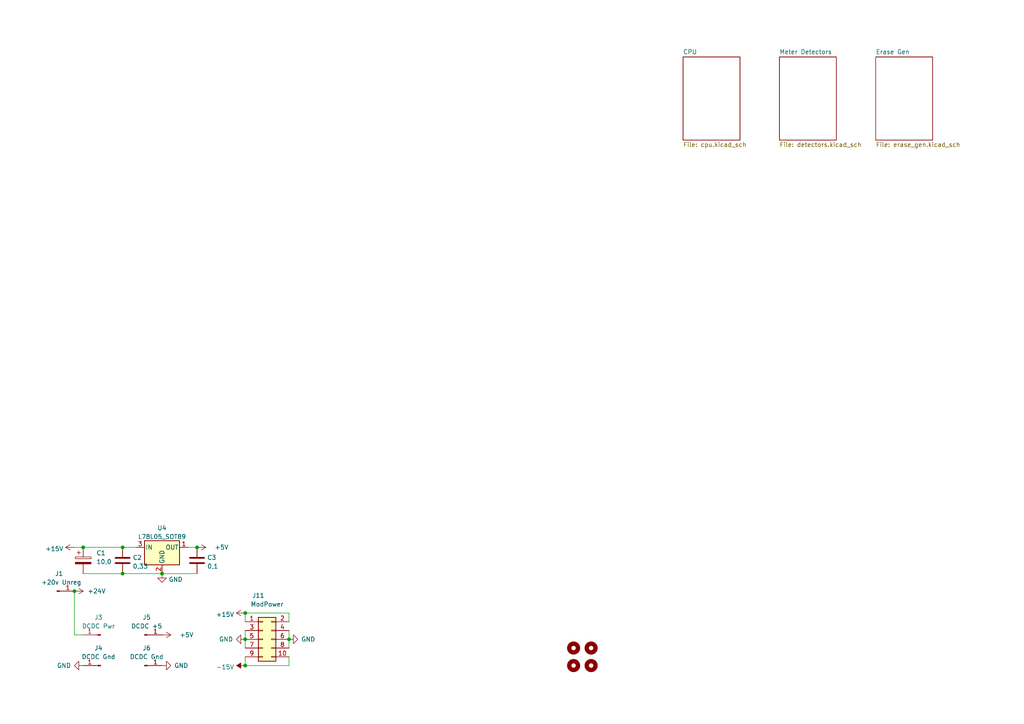
<source format=kicad_sch>
(kicad_sch (version 20211123) (generator eeschema)
  (paper "A4")
  (lib_symbols
    (symbol "Connector:Conn_01x01_Male" (pin_names (offset 1.016) hide)
      (property "Reference" "J" (at 0 2.54 0))
      (property "Value" "Conn_01x01_Male" (at 0 -2.54 0))
      (symbol "Conn_01x01_Male_1_1"
        (polyline (pts (xy 1.27 0) (xy 0.8636 0)) (stroke (width 0.1524)))
        (rectangle (start 0.8636 0.127) (end 0 -0.127) (stroke (width 0.1524)) (fill (type outline)))
        (pin passive line (at 5.08 0 180) (length 3.81) (name "Pin_1") (number "1"))
      )
    )
    (symbol "Connector_Generic:Conn_02x05_Odd_Even" (pin_names (offset 1.016) hide)
      (property "Reference" "J" (at 1.27 7.62 0))
      (property "Value" "Conn_02x05_Odd_Even" (at 1.27 -7.62 0))
      (symbol "Conn_02x05_Odd_Even_1_1"
        (rectangle (start -1.27 -4.953) (end 0 -5.207) (stroke (width 0.1524)))
        (rectangle (start -1.27 -2.413) (end 0 -2.667) (stroke (width 0.1524)))
        (rectangle (start -1.27 0.127) (end 0 -0.127) (stroke (width 0.1524)))
        (rectangle (start -1.27 2.667) (end 0 2.413) (stroke (width 0.1524)))
        (rectangle (start -1.27 5.207) (end 0 4.953) (stroke (width 0.1524)))
        (rectangle (start -1.27 6.35) (end 3.81 -6.35) (stroke (width 0.254)) (fill (type background)))
        (rectangle (start 3.81 -4.953) (end 2.54 -5.207) (stroke (width 0.1524)))
        (rectangle (start 3.81 -2.413) (end 2.54 -2.667) (stroke (width 0.1524)))
        (rectangle (start 3.81 0.127) (end 2.54 -0.127) (stroke (width 0.1524)))
        (rectangle (start 3.81 2.667) (end 2.54 2.413) (stroke (width 0.1524)))
        (rectangle (start 3.81 5.207) (end 2.54 4.953) (stroke (width 0.1524)))
        (pin passive line (at -5.08 5.08 0) (length 3.81) (name "Pin_1") (number "1"))
        (pin passive line (at 7.62 -5.08 180) (length 3.81) (name "Pin_10") (number "10"))
        (pin passive line (at 7.62 5.08 180) (length 3.81) (name "Pin_2") (number "2"))
        (pin passive line (at -5.08 2.54 0) (length 3.81) (name "Pin_3") (number "3"))
        (pin passive line (at 7.62 2.54 180) (length 3.81) (name "Pin_4") (number "4"))
        (pin passive line (at -5.08 0 0) (length 3.81) (name "Pin_5") (number "5"))
        (pin passive line (at 7.62 0 180) (length 3.81) (name "Pin_6") (number "6"))
        (pin passive line (at -5.08 -2.54 0) (length 3.81) (name "Pin_7") (number "7"))
        (pin passive line (at 7.62 -2.54 180) (length 3.81) (name "Pin_8") (number "8"))
        (pin passive line (at -5.08 -5.08 0) (length 3.81) (name "Pin_9") (number "9"))
      )
    )
    (symbol "Device:C" (pin_numbers hide) (pin_names (offset 0.254))
      (property "Reference" "C" (at 0.635 2.54 0))
      (property "Value" "C" (at 0.635 -2.54 0))
      (symbol "C_0_1"
        (polyline (pts (xy -2.032 -0.762) (xy 2.032 -0.762)) (stroke (width 0.508)))
        (polyline (pts (xy -2.032 0.762) (xy 2.032 0.762)) (stroke (width 0.508)))
      )
      (symbol "C_1_1"
        (pin passive line (at 0 3.81 270) (length 2.794) (name "~") (number "1"))
        (pin passive line (at 0 -3.81 90) (length 2.794) (name "~") (number "2"))
      )
    )
    (symbol "Device:C_Polarized" (pin_numbers hide) (pin_names (offset 0.254))
      (property "Reference" "C" (at 0.635 2.54 0))
      (property "Value" "C_Polarized" (at 0.635 -2.54 0))
      (symbol "C_Polarized_0_1"
        (rectangle (start -2.286 0.508) (end 2.286 1.016))
        (polyline (pts (xy -1.778 2.286) (xy -0.762 2.286)))
        (polyline (pts (xy -1.27 2.794) (xy -1.27 1.778)))
        (rectangle (start 2.286 -0.508) (end -2.286 -1.016) (fill (type outline)))
      )
      (symbol "C_Polarized_1_1"
        (pin passive line (at 0 3.81 270) (length 2.794) (name "~") (number "1"))
        (pin passive line (at 0 -3.81 90) (length 2.794) (name "~") (number "2"))
      )
    )
    (symbol "Mechanical:MountingHole" (pin_names (offset 1.016))
      (property "Reference" "H" (at 0 5.08 0))
      (property "Value" "MountingHole" (at 0 3.175 0))
      (symbol "MountingHole_0_1"
        (circle (center 0 0) (radius 1.27) (stroke (width 1.27)))
      )
    )
    (symbol "Regulator_Linear:L78L05_SOT89" (pin_names (offset 0.254))
      (property "Reference" "U" (at -3.81 3.175 0))
      (property "Value" "L78L05_SOT89" (at -0.635 3.175 0))
      (symbol "L78L05_SOT89_0_1"
        (rectangle (start -5.08 1.905) (end 5.08 -5.08) (stroke (width 0.254)) (fill (type background)))
      )
      (symbol "L78L05_SOT89_1_1"
        (pin power_out line (at 7.62 0 180) (length 2.54) (name "OUT") (number "1"))
        (pin power_in line (at 0 -7.62 90) (length 2.54) (name "GND") (number "2"))
        (pin power_in line (at -7.62 0 0) (length 2.54) (name "IN") (number "3"))
      )
    )
    (symbol "power:+15V" (power) (pin_names (offset 0))
      (property "Value" "+15V" (at 0 3.556 0))
      (symbol "+15V_0_1"
        (polyline (pts (xy -0.762 1.27) (xy 0 2.54)))
        (polyline (pts (xy 0 0) (xy 0 2.54)))
        (polyline (pts (xy 0 2.54) (xy 0.762 1.27)))
      )
      (symbol "+15V_1_1"
        (pin power_in line (at 0 0 90) (length 0) hide (name "+15V") (number "1"))
      )
    )
    (symbol "power:+24V" (power) (pin_names (offset 0))
      (property "Value" "+24V" (at 0 3.556 0))
      (symbol "+24V_0_1"
        (polyline (pts (xy -0.762 1.27) (xy 0 2.54)))
        (polyline (pts (xy 0 0) (xy 0 2.54)))
        (polyline (pts (xy 0 2.54) (xy 0.762 1.27)))
      )
      (symbol "+24V_1_1"
        (pin power_in line (at 0 0 90) (length 0) hide (name "+24V") (number "1"))
      )
    )
    (symbol "power:+5V" (power) (pin_names (offset 0))
      (property "Value" "+5V" (at 0 3.556 0))
      (symbol "+5V_0_1"
        (polyline (pts (xy -0.762 1.27) (xy 0 2.54)))
        (polyline (pts (xy 0 0) (xy 0 2.54)))
        (polyline (pts (xy 0 2.54) (xy 0.762 1.27)))
      )
      (symbol "+5V_1_1"
        (pin power_in line (at 0 0 90) (length 0) hide (name "+5V") (number "1"))
      )
    )
    (symbol "power:-15V" (power) (pin_names (offset 0))
      (property "Value" "-15V" (at 0 3.81 0))
      (symbol "-15V_0_0"
        (pin power_in line (at 0 0 90) (length 0) hide (name "-15V") (number "1"))
      )
      (symbol "-15V_0_1"
        (polyline (pts (xy 0 0) (xy 0 1.27) (xy 0.762 1.27) (xy 0 2.54) (xy -0.762 1.27) (xy 0 1.27)) (fill (type outline)))
      )
    )
    (symbol "power:GND" (power) (pin_names (offset 0))
      (property "Value" "GND" (at 0 -3.81 0))
      (symbol "GND_0_1"
        (polyline (pts (xy 0 0) (xy 0 -1.27) (xy 1.27 -1.27) (xy 0 -2.54) (xy -1.27 -1.27) (xy 0 -1.27)))
      )
      (symbol "GND_1_1"
        (pin power_in line (at 0 0 270) (length 0) hide (name "GND") (number "1"))
      )
    )
  )
  (junction (at 71.12 177.8))
  (junction (at 46.99 166.37))
  (junction (at 57.15 158.75))
  (junction (at 71.12 185.42))
  (junction (at 24.13 158.75))
  (junction (at 83.82 185.42))
  (junction (at 21.59 171.45))
  (junction (at 35.56 166.37))
  (junction (at 35.56 158.75))
  (junction (at 71.12 193.04))
  (wire (pts (xy 54.61 158.75) (xy 57.15 158.75)))
  (wire (pts (xy 71.12 193.04) (xy 83.82 193.04)))
  (wire (pts (xy 71.12 177.8) (xy 83.82 177.8)))
  (wire (pts (xy 71.12 182.88) (xy 71.12 185.42)))
  (wire (pts (xy 24.13 158.75) (xy 35.56 158.75)))
  (wire (pts (xy 83.82 185.42) (xy 83.82 187.96)))
  (wire (pts (xy 46.99 166.37) (xy 57.15 166.37)))
  (wire (pts (xy 35.56 166.37) (xy 46.99 166.37)))
  (wire (pts (xy 21.59 158.75) (xy 24.13 158.75)))
  (wire (pts (xy 71.12 185.42) (xy 71.12 187.96)))
  (wire (pts (xy 24.13 166.37) (xy 35.56 166.37)))
  (wire (pts (xy 35.56 158.75) (xy 39.37 158.75)))
  (wire (pts (xy 83.82 177.8) (xy 83.82 180.34)))
  (wire (pts (xy 83.82 193.04) (xy 83.82 190.5)))
  (wire (pts (xy 71.12 190.5) (xy 71.12 193.04)))
  (wire (pts (xy 71.12 180.34) (xy 71.12 177.8)))
  (wire (pts (xy 21.59 184.15) (xy 24.13 184.15)))
  (wire (pts (xy 83.82 182.88) (xy 83.82 185.42)))
  (wire (pts (xy 21.59 171.45) (xy 21.59 184.15)))
  (symbol (lib_id "Connector_Generic:Conn_02x05_Odd_Even") (at 76.2 185.42 0) (unit 1)
    (property "Reference" "J11" (at 74.93 172.72 0))
    (property "Value" "ModPower" (at 77.47 175.26 0))
    (property "Footprint" "Connector_PinHeader_2.54mm:PinHeader_2x05_P2.54mm_Vertical" (effects hide))
  )
  (symbol (lib_id "power:+24V") (at 21.59 171.45 270) (unit 1)
    (property "Reference" "#PWR03" (effects hide))
    (property "Value" "+24V" (at 25.4 171.4499 90) (effects (justify left)))
  )
  (symbol (lib_id "Mechanical:MountingHole") (at 171.45 193.04 0) (unit 1)
    (property "Reference" "H4" (effects hide))
    (property "Value" "MountingHole" (effects hide))
    (property "Footprint" "MountingHole:MountingHole_3.2mm_M3" (effects hide))
  )
  (symbol (lib_id "Connector:Conn_01x01_Male") (at 41.91 184.15 0) (unit 1)
    (property "Reference" "J5" (at 42.545 179.07 0))
    (property "Value" "DCDC +5" (at 42.545 181.61 0))
    (property "Footprint" "Connector_PinHeader_2.54mm:PinHeader_1x01_P2.54mm_Vertical" (effects hide))
  )
  (symbol (lib_id "power:GND") (at 24.13 193.04 270) (unit 1)
    (property "Reference" "#PWR05" (effects hide))
    (property "Value" "GND" (at 16.51 193.04 90) (effects (justify left)))
  )
  (symbol (lib_id "Connector:Conn_01x01_Male") (at 29.21 184.15 180) (unit 1)
    (property "Reference" "J3" (at 28.575 179.07 0))
    (property "Value" "DCDC Pwr" (at 28.575 181.61 0))
    (property "Footprint" "Connector_PinHeader_2.54mm:PinHeader_1x01_P2.54mm_Vertical" (effects hide))
  )
  (symbol (lib_id "power:-15V") (at 71.12 193.04 90) (unit 1)
    (property "Reference" "#PWR029" (effects hide))
    (property "Value" "-15V" (at 67.945 193.4738 90) (effects (justify left)))
  )
  (symbol (lib_id "power:+15V") (at 21.59 158.75 90) (unit 1)
    (property "Reference" "#PWR09" (effects hide))
    (property "Value" "+15V" (at 18.415 159.1838 90) (effects (justify left)))
  )
  (symbol (lib_id "power:GND") (at 71.12 185.42 270) (unit 1)
    (property "Reference" "#PWR028" (effects hide))
    (property "Value" "GND" (at 63.5 185.42 90) (effects (justify left)))
  )
  (symbol (lib_id "Connector:Conn_01x01_Male") (at 16.51 171.45 0) (unit 1)
    (property "Reference" "J1" (at 17.145 166.37 0))
    (property "Value" "+20v Unreg" (at 17.78 168.91 0))
    (property "Footprint" "Connector_PinHeader_2.54mm:PinHeader_1x01_P2.54mm_Vertical" (effects hide))
  )
  (symbol (lib_id "Device:C") (at 35.56 162.56 0) (unit 1)
    (property "Reference" "C2" (at 38.481 161.7253 0) (effects (justify left)))
    (property "Value" "0,33" (at 38.481 164.2622 0) (effects (justify left)))
    (property "Footprint" "Capacitor_SMD:C_1206_3216Metric_Pad1.33x1.80mm_HandSolder" (effects hide))
  )
  (symbol (lib_id "power:GND") (at 83.82 185.42 90) (unit 1)
    (property "Reference" "#PWR032" (effects hide))
    (property "Value" "GND" (at 91.44 185.42 90) (effects (justify left)))
  )
  (symbol (lib_id "Mechanical:MountingHole") (at 171.45 187.96 0) (unit 1)
    (property "Reference" "H3" (effects hide))
    (property "Value" "MountingHole" (effects hide))
    (property "Footprint" "MountingHole:MountingHole_3.2mm_M3" (effects hide))
  )
  (symbol (lib_id "Connector:Conn_01x01_Male") (at 41.91 193.04 0) (unit 1)
    (property "Reference" "J6" (at 42.545 187.96 0))
    (property "Value" "DCDC Gnd" (at 42.545 190.5 0))
    (property "Footprint" "Connector_PinHeader_2.54mm:PinHeader_1x01_P2.54mm_Vertical" (effects hide))
  )
  (symbol (lib_id "power:GND") (at 46.99 166.37 0) (unit 1)
    (property "Reference" "#PWR013" (effects hide))
    (property "Value" "GND" (at 48.895 168.0738 0) (effects (justify left)))
  )
  (symbol (lib_id "power:+15V") (at 71.12 177.8 90) (unit 1)
    (property "Reference" "#PWR027" (effects hide))
    (property "Value" "+15V" (at 67.945 178.2338 90) (effects (justify left)))
  )
  (symbol (lib_id "Mechanical:MountingHole") (at 166.37 193.04 0) (unit 1)
    (property "Reference" "H2" (effects hide))
    (property "Value" "MountingHole" (effects hide))
    (property "Footprint" "MountingHole:MountingHole_3.2mm_M3" (effects hide))
  )
  (symbol (lib_id "Device:C_Polarized") (at 24.13 162.56 0) (unit 1)
    (property "Reference" "C1" (at 27.94 160.4009 0) (effects (justify left)))
    (property "Value" "10,0" (at 27.94 162.9409 0) (effects (justify left)))
    (property "Footprint" "Capacitor_SMD:C_0805_2012Metric_Pad1.18x1.45mm_HandSolder" (effects hide))
  )
  (symbol (lib_id "Regulator_Linear:L78L05_SOT89") (at 46.99 158.75 0) (unit 1)
    (property "Reference" "U4" (at 46.99 153.1452 0))
    (property "Value" "L78L05_SOT89" (at 46.99 155.6821 0))
    (property "Footprint" "Package_TO_SOT_SMD:SOT-89-3" (effects hide))
    (property "Datasheet" "http://www.st.com/content/ccc/resource/technical/document/datasheet/15/55/e5/aa/23/5b/43/fd/CD00000446.pdf/files/CD00000446.pdf/jcr:content/translations/en.CD00000446.pdf" (effects hide))
  )
  (symbol (lib_id "power:+5V") (at 57.15 158.75 270) (unit 1)
    (property "Reference" "#PWR012" (effects hide))
    (property "Value" "+5V" (at 62.23 158.75 90) (effects (justify left)))
  )
  (symbol (lib_id "Mechanical:MountingHole") (at 166.37 187.96 0) (unit 1)
    (property "Reference" "H1" (effects hide))
    (property "Value" "MountingHole" (effects hide))
    (property "Footprint" "MountingHole:MountingHole_3.2mm_M3" (effects hide))
  )
  (symbol (lib_id "power:+5V") (at 46.99 184.15 270) (unit 1)
    (property "Reference" "#PWR010" (effects hide))
    (property "Value" "+5V" (at 52.07 184.15 90) (effects (justify left)))
  )
  (symbol (lib_id "Connector:Conn_01x01_Male") (at 29.21 193.04 180) (unit 1)
    (property "Reference" "J4" (at 28.575 187.96 0))
    (property "Value" "DCDC Gnd" (at 28.575 190.5 0))
    (property "Footprint" "Connector_PinHeader_2.54mm:PinHeader_1x01_P2.54mm_Vertical" (effects hide))
  )
  (symbol (lib_id "power:GND") (at 46.99 193.04 90) (unit 1)
    (property "Reference" "#PWR011" (effects hide))
    (property "Value" "GND" (at 54.61 193.04 90) (effects (justify left)))
  )
  (symbol (lib_id "Device:C") (at 57.15 162.56 0) (unit 1)
    (property "Reference" "C3" (at 60.071 161.7253 0) (effects (justify left)))
    (property "Value" "0,1" (at 60.071 164.2622 0) (effects (justify left)))
    (property "Footprint" "Capacitor_SMD:C_1206_3216Metric_Pad1.33x1.80mm_HandSolder" (effects hide))
  )
  (sheet (at 254 16.51) (size 16.51 24.13) (stroke (width 0.1524))
    (property "Sheet name" "Erase Gen" (at 254 15.7984 0) (effects (justify left bottom)))
    (property "Sheet file" "erase_gen.kicad_sch" (at 254 41.2246 0) (effects (justify left top)))
  )
  (sheet (at 226.06 16.51) (size 16.51 24.13) (stroke (width 0.1524))
    (property "Sheet name" "Meter Detectors" (at 226.06 15.7984 0) (effects (justify left bottom)))
    (property "Sheet file" "detectors.kicad_sch" (at 226.06 41.2246 0) (effects (justify left top)))
  )
  (sheet (at 198.12 16.51) (size 16.51 24.13) (stroke (width 0.1524))
    (property "Sheet name" "CPU" (at 198.12 15.7984 0) (effects (justify left bottom)))
    (property "Sheet file" "cpu.kicad_sch" (at 198.12 41.2246 0) (effects (justify left top)))
  )
)
</source>
